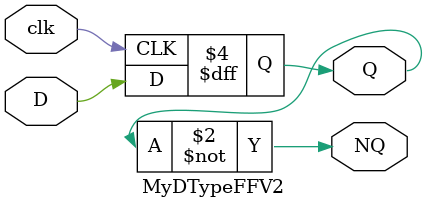
<source format=v>
`timescale 1ns / 1ps


module MyDTypeFFV2(
    input clk,
    input D,
    output reg Q = 0,
    output NQ
    );
    
    always @(posedge clk)
        begin
            Q <= D;
        end
   
   assign NQ = ~Q;
   
endmodule

</source>
